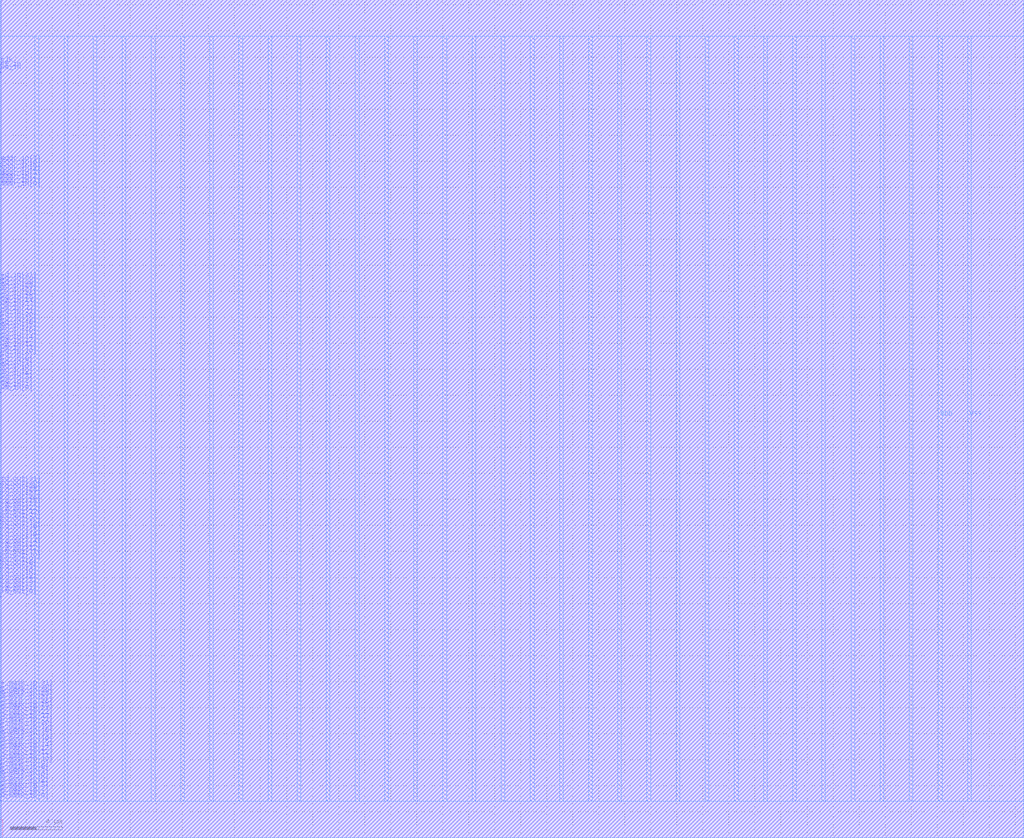
<source format=lef>
VERSION 5.7 ;
BUSBITCHARS "[]" ;
MACRO fakeram45_256x32
  FOREIGN fakeram45_256x32 0 0 ;
  SYMMETRY X Y R90 ;
  SIZE 0.19 BY 1.4 ;
  CLASS BLOCK ;
  PIN w_mask_in[0]
    DIRECTION INPUT ;
    USE SIGNAL ;
    SHAPE ABUTMENT ;
    PORT
      LAYER metal3 ;
      RECT 0.000 2.800 0.070 2.870 ;
    END
  END w_mask_in[0]
  PIN w_mask_in[1]
    DIRECTION INPUT ;
    USE SIGNAL ;
    SHAPE ABUTMENT ;
    PORT
      LAYER metal3 ;
      RECT 0.000 3.080 0.070 3.150 ;
    END
  END w_mask_in[1]
  PIN w_mask_in[2]
    DIRECTION INPUT ;
    USE SIGNAL ;
    SHAPE ABUTMENT ;
    PORT
      LAYER metal3 ;
      RECT 0.000 3.360 0.070 3.430 ;
    END
  END w_mask_in[2]
  PIN w_mask_in[3]
    DIRECTION INPUT ;
    USE SIGNAL ;
    SHAPE ABUTMENT ;
    PORT
      LAYER metal3 ;
      RECT 0.000 3.640 0.070 3.710 ;
    END
  END w_mask_in[3]
  PIN w_mask_in[4]
    DIRECTION INPUT ;
    USE SIGNAL ;
    SHAPE ABUTMENT ;
    PORT
      LAYER metal3 ;
      RECT 0.000 3.920 0.070 3.990 ;
    END
  END w_mask_in[4]
  PIN w_mask_in[5]
    DIRECTION INPUT ;
    USE SIGNAL ;
    SHAPE ABUTMENT ;
    PORT
      LAYER metal3 ;
      RECT 0.000 4.200 0.070 4.270 ;
    END
  END w_mask_in[5]
  PIN w_mask_in[6]
    DIRECTION INPUT ;
    USE SIGNAL ;
    SHAPE ABUTMENT ;
    PORT
      LAYER metal3 ;
      RECT 0.000 4.480 0.070 4.550 ;
    END
  END w_mask_in[6]
  PIN w_mask_in[7]
    DIRECTION INPUT ;
    USE SIGNAL ;
    SHAPE ABUTMENT ;
    PORT
      LAYER metal3 ;
      RECT 0.000 4.760 0.070 4.830 ;
    END
  END w_mask_in[7]
  PIN w_mask_in[8]
    DIRECTION INPUT ;
    USE SIGNAL ;
    SHAPE ABUTMENT ;
    PORT
      LAYER metal3 ;
      RECT 0.000 5.040 0.070 5.110 ;
    END
  END w_mask_in[8]
  PIN w_mask_in[9]
    DIRECTION INPUT ;
    USE SIGNAL ;
    SHAPE ABUTMENT ;
    PORT
      LAYER metal3 ;
      RECT 0.000 5.320 0.070 5.390 ;
    END
  END w_mask_in[9]
  PIN w_mask_in[10]
    DIRECTION INPUT ;
    USE SIGNAL ;
    SHAPE ABUTMENT ;
    PORT
      LAYER metal3 ;
      RECT 0.000 5.600 0.070 5.670 ;
    END
  END w_mask_in[10]
  PIN w_mask_in[11]
    DIRECTION INPUT ;
    USE SIGNAL ;
    SHAPE ABUTMENT ;
    PORT
      LAYER metal3 ;
      RECT 0.000 5.880 0.070 5.950 ;
    END
  END w_mask_in[11]
  PIN w_mask_in[12]
    DIRECTION INPUT ;
    USE SIGNAL ;
    SHAPE ABUTMENT ;
    PORT
      LAYER metal3 ;
      RECT 0.000 6.160 0.070 6.230 ;
    END
  END w_mask_in[12]
  PIN w_mask_in[13]
    DIRECTION INPUT ;
    USE SIGNAL ;
    SHAPE ABUTMENT ;
    PORT
      LAYER metal3 ;
      RECT 0.000 6.440 0.070 6.510 ;
    END
  END w_mask_in[13]
  PIN w_mask_in[14]
    DIRECTION INPUT ;
    USE SIGNAL ;
    SHAPE ABUTMENT ;
    PORT
      LAYER metal3 ;
      RECT 0.000 6.720 0.070 6.790 ;
    END
  END w_mask_in[14]
  PIN w_mask_in[15]
    DIRECTION INPUT ;
    USE SIGNAL ;
    SHAPE ABUTMENT ;
    PORT
      LAYER metal3 ;
      RECT 0.000 7.000 0.070 7.070 ;
    END
  END w_mask_in[15]
  PIN w_mask_in[16]
    DIRECTION INPUT ;
    USE SIGNAL ;
    SHAPE ABUTMENT ;
    PORT
      LAYER metal3 ;
      RECT 0.000 7.280 0.070 7.350 ;
    END
  END w_mask_in[16]
  PIN w_mask_in[17]
    DIRECTION INPUT ;
    USE SIGNAL ;
    SHAPE ABUTMENT ;
    PORT
      LAYER metal3 ;
      RECT 0.000 7.560 0.070 7.630 ;
    END
  END w_mask_in[17]
  PIN w_mask_in[18]
    DIRECTION INPUT ;
    USE SIGNAL ;
    SHAPE ABUTMENT ;
    PORT
      LAYER metal3 ;
      RECT 0.000 7.840 0.070 7.910 ;
    END
  END w_mask_in[18]
  PIN w_mask_in[19]
    DIRECTION INPUT ;
    USE SIGNAL ;
    SHAPE ABUTMENT ;
    PORT
      LAYER metal3 ;
      RECT 0.000 8.120 0.070 8.190 ;
    END
  END w_mask_in[19]
  PIN w_mask_in[20]
    DIRECTION INPUT ;
    USE SIGNAL ;
    SHAPE ABUTMENT ;
    PORT
      LAYER metal3 ;
      RECT 0.000 8.400 0.070 8.470 ;
    END
  END w_mask_in[20]
  PIN w_mask_in[21]
    DIRECTION INPUT ;
    USE SIGNAL ;
    SHAPE ABUTMENT ;
    PORT
      LAYER metal3 ;
      RECT 0.000 8.680 0.070 8.750 ;
    END
  END w_mask_in[21]
  PIN w_mask_in[22]
    DIRECTION INPUT ;
    USE SIGNAL ;
    SHAPE ABUTMENT ;
    PORT
      LAYER metal3 ;
      RECT 0.000 8.960 0.070 9.030 ;
    END
  END w_mask_in[22]
  PIN w_mask_in[23]
    DIRECTION INPUT ;
    USE SIGNAL ;
    SHAPE ABUTMENT ;
    PORT
      LAYER metal3 ;
      RECT 0.000 9.240 0.070 9.310 ;
    END
  END w_mask_in[23]
  PIN w_mask_in[24]
    DIRECTION INPUT ;
    USE SIGNAL ;
    SHAPE ABUTMENT ;
    PORT
      LAYER metal3 ;
      RECT 0.000 9.520 0.070 9.590 ;
    END
  END w_mask_in[24]
  PIN w_mask_in[25]
    DIRECTION INPUT ;
    USE SIGNAL ;
    SHAPE ABUTMENT ;
    PORT
      LAYER metal3 ;
      RECT 0.000 9.800 0.070 9.870 ;
    END
  END w_mask_in[25]
  PIN w_mask_in[26]
    DIRECTION INPUT ;
    USE SIGNAL ;
    SHAPE ABUTMENT ;
    PORT
      LAYER metal3 ;
      RECT 0.000 10.080 0.070 10.150 ;
    END
  END w_mask_in[26]
  PIN w_mask_in[27]
    DIRECTION INPUT ;
    USE SIGNAL ;
    SHAPE ABUTMENT ;
    PORT
      LAYER metal3 ;
      RECT 0.000 10.360 0.070 10.430 ;
    END
  END w_mask_in[27]
  PIN w_mask_in[28]
    DIRECTION INPUT ;
    USE SIGNAL ;
    SHAPE ABUTMENT ;
    PORT
      LAYER metal3 ;
      RECT 0.000 10.640 0.070 10.710 ;
    END
  END w_mask_in[28]
  PIN w_mask_in[29]
    DIRECTION INPUT ;
    USE SIGNAL ;
    SHAPE ABUTMENT ;
    PORT
      LAYER metal3 ;
      RECT 0.000 10.920 0.070 10.990 ;
    END
  END w_mask_in[29]
  PIN w_mask_in[30]
    DIRECTION INPUT ;
    USE SIGNAL ;
    SHAPE ABUTMENT ;
    PORT
      LAYER metal3 ;
      RECT 0.000 11.200 0.070 11.270 ;
    END
  END w_mask_in[30]
  PIN w_mask_in[31]
    DIRECTION INPUT ;
    USE SIGNAL ;
    SHAPE ABUTMENT ;
    PORT
      LAYER metal3 ;
      RECT 0.000 11.480 0.070 11.550 ;
    END
  END w_mask_in[31]
  PIN rd_out[0]
    DIRECTION OUTPUT ;
    USE SIGNAL ;
    SHAPE ABUTMENT ;
    PORT
      LAYER metal3 ;
      RECT 0.000 18.480 0.070 18.550 ;
    END
  END rd_out[0]
  PIN rd_out[1]
    DIRECTION OUTPUT ;
    USE SIGNAL ;
    SHAPE ABUTMENT ;
    PORT
      LAYER metal3 ;
      RECT 0.000 18.760 0.070 18.830 ;
    END
  END rd_out[1]
  PIN rd_out[2]
    DIRECTION OUTPUT ;
    USE SIGNAL ;
    SHAPE ABUTMENT ;
    PORT
      LAYER metal3 ;
      RECT 0.000 19.040 0.070 19.110 ;
    END
  END rd_out[2]
  PIN rd_out[3]
    DIRECTION OUTPUT ;
    USE SIGNAL ;
    SHAPE ABUTMENT ;
    PORT
      LAYER metal3 ;
      RECT 0.000 19.320 0.070 19.390 ;
    END
  END rd_out[3]
  PIN rd_out[4]
    DIRECTION OUTPUT ;
    USE SIGNAL ;
    SHAPE ABUTMENT ;
    PORT
      LAYER metal3 ;
      RECT 0.000 19.600 0.070 19.670 ;
    END
  END rd_out[4]
  PIN rd_out[5]
    DIRECTION OUTPUT ;
    USE SIGNAL ;
    SHAPE ABUTMENT ;
    PORT
      LAYER metal3 ;
      RECT 0.000 19.880 0.070 19.950 ;
    END
  END rd_out[5]
  PIN rd_out[6]
    DIRECTION OUTPUT ;
    USE SIGNAL ;
    SHAPE ABUTMENT ;
    PORT
      LAYER metal3 ;
      RECT 0.000 20.160 0.070 20.230 ;
    END
  END rd_out[6]
  PIN rd_out[7]
    DIRECTION OUTPUT ;
    USE SIGNAL ;
    SHAPE ABUTMENT ;
    PORT
      LAYER metal3 ;
      RECT 0.000 20.440 0.070 20.510 ;
    END
  END rd_out[7]
  PIN rd_out[8]
    DIRECTION OUTPUT ;
    USE SIGNAL ;
    SHAPE ABUTMENT ;
    PORT
      LAYER metal3 ;
      RECT 0.000 20.720 0.070 20.790 ;
    END
  END rd_out[8]
  PIN rd_out[9]
    DIRECTION OUTPUT ;
    USE SIGNAL ;
    SHAPE ABUTMENT ;
    PORT
      LAYER metal3 ;
      RECT 0.000 21.000 0.070 21.070 ;
    END
  END rd_out[9]
  PIN rd_out[10]
    DIRECTION OUTPUT ;
    USE SIGNAL ;
    SHAPE ABUTMENT ;
    PORT
      LAYER metal3 ;
      RECT 0.000 21.280 0.070 21.350 ;
    END
  END rd_out[10]
  PIN rd_out[11]
    DIRECTION OUTPUT ;
    USE SIGNAL ;
    SHAPE ABUTMENT ;
    PORT
      LAYER metal3 ;
      RECT 0.000 21.560 0.070 21.630 ;
    END
  END rd_out[11]
  PIN rd_out[12]
    DIRECTION OUTPUT ;
    USE SIGNAL ;
    SHAPE ABUTMENT ;
    PORT
      LAYER metal3 ;
      RECT 0.000 21.840 0.070 21.910 ;
    END
  END rd_out[12]
  PIN rd_out[13]
    DIRECTION OUTPUT ;
    USE SIGNAL ;
    SHAPE ABUTMENT ;
    PORT
      LAYER metal3 ;
      RECT 0.000 22.120 0.070 22.190 ;
    END
  END rd_out[13]
  PIN rd_out[14]
    DIRECTION OUTPUT ;
    USE SIGNAL ;
    SHAPE ABUTMENT ;
    PORT
      LAYER metal3 ;
      RECT 0.000 22.400 0.070 22.470 ;
    END
  END rd_out[14]
  PIN rd_out[15]
    DIRECTION OUTPUT ;
    USE SIGNAL ;
    SHAPE ABUTMENT ;
    PORT
      LAYER metal3 ;
      RECT 0.000 22.680 0.070 22.750 ;
    END
  END rd_out[15]
  PIN rd_out[16]
    DIRECTION OUTPUT ;
    USE SIGNAL ;
    SHAPE ABUTMENT ;
    PORT
      LAYER metal3 ;
      RECT 0.000 22.960 0.070 23.030 ;
    END
  END rd_out[16]
  PIN rd_out[17]
    DIRECTION OUTPUT ;
    USE SIGNAL ;
    SHAPE ABUTMENT ;
    PORT
      LAYER metal3 ;
      RECT 0.000 23.240 0.070 23.310 ;
    END
  END rd_out[17]
  PIN rd_out[18]
    DIRECTION OUTPUT ;
    USE SIGNAL ;
    SHAPE ABUTMENT ;
    PORT
      LAYER metal3 ;
      RECT 0.000 23.520 0.070 23.590 ;
    END
  END rd_out[18]
  PIN rd_out[19]
    DIRECTION OUTPUT ;
    USE SIGNAL ;
    SHAPE ABUTMENT ;
    PORT
      LAYER metal3 ;
      RECT 0.000 23.800 0.070 23.870 ;
    END
  END rd_out[19]
  PIN rd_out[20]
    DIRECTION OUTPUT ;
    USE SIGNAL ;
    SHAPE ABUTMENT ;
    PORT
      LAYER metal3 ;
      RECT 0.000 24.080 0.070 24.150 ;
    END
  END rd_out[20]
  PIN rd_out[21]
    DIRECTION OUTPUT ;
    USE SIGNAL ;
    SHAPE ABUTMENT ;
    PORT
      LAYER metal3 ;
      RECT 0.000 24.360 0.070 24.430 ;
    END
  END rd_out[21]
  PIN rd_out[22]
    DIRECTION OUTPUT ;
    USE SIGNAL ;
    SHAPE ABUTMENT ;
    PORT
      LAYER metal3 ;
      RECT 0.000 24.640 0.070 24.710 ;
    END
  END rd_out[22]
  PIN rd_out[23]
    DIRECTION OUTPUT ;
    USE SIGNAL ;
    SHAPE ABUTMENT ;
    PORT
      LAYER metal3 ;
      RECT 0.000 24.920 0.070 24.990 ;
    END
  END rd_out[23]
  PIN rd_out[24]
    DIRECTION OUTPUT ;
    USE SIGNAL ;
    SHAPE ABUTMENT ;
    PORT
      LAYER metal3 ;
      RECT 0.000 25.200 0.070 25.270 ;
    END
  END rd_out[24]
  PIN rd_out[25]
    DIRECTION OUTPUT ;
    USE SIGNAL ;
    SHAPE ABUTMENT ;
    PORT
      LAYER metal3 ;
      RECT 0.000 25.480 0.070 25.550 ;
    END
  END rd_out[25]
  PIN rd_out[26]
    DIRECTION OUTPUT ;
    USE SIGNAL ;
    SHAPE ABUTMENT ;
    PORT
      LAYER metal3 ;
      RECT 0.000 25.760 0.070 25.830 ;
    END
  END rd_out[26]
  PIN rd_out[27]
    DIRECTION OUTPUT ;
    USE SIGNAL ;
    SHAPE ABUTMENT ;
    PORT
      LAYER metal3 ;
      RECT 0.000 26.040 0.070 26.110 ;
    END
  END rd_out[27]
  PIN rd_out[28]
    DIRECTION OUTPUT ;
    USE SIGNAL ;
    SHAPE ABUTMENT ;
    PORT
      LAYER metal3 ;
      RECT 0.000 26.320 0.070 26.390 ;
    END
  END rd_out[28]
  PIN rd_out[29]
    DIRECTION OUTPUT ;
    USE SIGNAL ;
    SHAPE ABUTMENT ;
    PORT
      LAYER metal3 ;
      RECT 0.000 26.600 0.070 26.670 ;
    END
  END rd_out[29]
  PIN rd_out[30]
    DIRECTION OUTPUT ;
    USE SIGNAL ;
    SHAPE ABUTMENT ;
    PORT
      LAYER metal3 ;
      RECT 0.000 26.880 0.070 26.950 ;
    END
  END rd_out[30]
  PIN rd_out[31]
    DIRECTION OUTPUT ;
    USE SIGNAL ;
    SHAPE ABUTMENT ;
    PORT
      LAYER metal3 ;
      RECT 0.000 27.160 0.070 27.230 ;
    END
  END rd_out[31]
  PIN wd_in[0]
    DIRECTION INPUT ;
    USE SIGNAL ;
    SHAPE ABUTMENT ;
    PORT
      LAYER metal3 ;
      RECT 0.000 34.160 0.070 34.230 ;
    END
  END wd_in[0]
  PIN wd_in[1]
    DIRECTION INPUT ;
    USE SIGNAL ;
    SHAPE ABUTMENT ;
    PORT
      LAYER metal3 ;
      RECT 0.000 34.440 0.070 34.510 ;
    END
  END wd_in[1]
  PIN wd_in[2]
    DIRECTION INPUT ;
    USE SIGNAL ;
    SHAPE ABUTMENT ;
    PORT
      LAYER metal3 ;
      RECT 0.000 34.720 0.070 34.790 ;
    END
  END wd_in[2]
  PIN wd_in[3]
    DIRECTION INPUT ;
    USE SIGNAL ;
    SHAPE ABUTMENT ;
    PORT
      LAYER metal3 ;
      RECT 0.000 35.000 0.070 35.070 ;
    END
  END wd_in[3]
  PIN wd_in[4]
    DIRECTION INPUT ;
    USE SIGNAL ;
    SHAPE ABUTMENT ;
    PORT
      LAYER metal3 ;
      RECT 0.000 35.280 0.070 35.350 ;
    END
  END wd_in[4]
  PIN wd_in[5]
    DIRECTION INPUT ;
    USE SIGNAL ;
    SHAPE ABUTMENT ;
    PORT
      LAYER metal3 ;
      RECT 0.000 35.560 0.070 35.630 ;
    END
  END wd_in[5]
  PIN wd_in[6]
    DIRECTION INPUT ;
    USE SIGNAL ;
    SHAPE ABUTMENT ;
    PORT
      LAYER metal3 ;
      RECT 0.000 35.840 0.070 35.910 ;
    END
  END wd_in[6]
  PIN wd_in[7]
    DIRECTION INPUT ;
    USE SIGNAL ;
    SHAPE ABUTMENT ;
    PORT
      LAYER metal3 ;
      RECT 0.000 36.120 0.070 36.190 ;
    END
  END wd_in[7]
  PIN wd_in[8]
    DIRECTION INPUT ;
    USE SIGNAL ;
    SHAPE ABUTMENT ;
    PORT
      LAYER metal3 ;
      RECT 0.000 36.400 0.070 36.470 ;
    END
  END wd_in[8]
  PIN wd_in[9]
    DIRECTION INPUT ;
    USE SIGNAL ;
    SHAPE ABUTMENT ;
    PORT
      LAYER metal3 ;
      RECT 0.000 36.680 0.070 36.750 ;
    END
  END wd_in[9]
  PIN wd_in[10]
    DIRECTION INPUT ;
    USE SIGNAL ;
    SHAPE ABUTMENT ;
    PORT
      LAYER metal3 ;
      RECT 0.000 36.960 0.070 37.030 ;
    END
  END wd_in[10]
  PIN wd_in[11]
    DIRECTION INPUT ;
    USE SIGNAL ;
    SHAPE ABUTMENT ;
    PORT
      LAYER metal3 ;
      RECT 0.000 37.240 0.070 37.310 ;
    END
  END wd_in[11]
  PIN wd_in[12]
    DIRECTION INPUT ;
    USE SIGNAL ;
    SHAPE ABUTMENT ;
    PORT
      LAYER metal3 ;
      RECT 0.000 37.520 0.070 37.590 ;
    END
  END wd_in[12]
  PIN wd_in[13]
    DIRECTION INPUT ;
    USE SIGNAL ;
    SHAPE ABUTMENT ;
    PORT
      LAYER metal3 ;
      RECT 0.000 37.800 0.070 37.870 ;
    END
  END wd_in[13]
  PIN wd_in[14]
    DIRECTION INPUT ;
    USE SIGNAL ;
    SHAPE ABUTMENT ;
    PORT
      LAYER metal3 ;
      RECT 0.000 38.080 0.070 38.150 ;
    END
  END wd_in[14]
  PIN wd_in[15]
    DIRECTION INPUT ;
    USE SIGNAL ;
    SHAPE ABUTMENT ;
    PORT
      LAYER metal3 ;
      RECT 0.000 38.360 0.070 38.430 ;
    END
  END wd_in[15]
  PIN wd_in[16]
    DIRECTION INPUT ;
    USE SIGNAL ;
    SHAPE ABUTMENT ;
    PORT
      LAYER metal3 ;
      RECT 0.000 38.640 0.070 38.710 ;
    END
  END wd_in[16]
  PIN wd_in[17]
    DIRECTION INPUT ;
    USE SIGNAL ;
    SHAPE ABUTMENT ;
    PORT
      LAYER metal3 ;
      RECT 0.000 38.920 0.070 38.990 ;
    END
  END wd_in[17]
  PIN wd_in[18]
    DIRECTION INPUT ;
    USE SIGNAL ;
    SHAPE ABUTMENT ;
    PORT
      LAYER metal3 ;
      RECT 0.000 39.200 0.070 39.270 ;
    END
  END wd_in[18]
  PIN wd_in[19]
    DIRECTION INPUT ;
    USE SIGNAL ;
    SHAPE ABUTMENT ;
    PORT
      LAYER metal3 ;
      RECT 0.000 39.480 0.070 39.550 ;
    END
  END wd_in[19]
  PIN wd_in[20]
    DIRECTION INPUT ;
    USE SIGNAL ;
    SHAPE ABUTMENT ;
    PORT
      LAYER metal3 ;
      RECT 0.000 39.760 0.070 39.830 ;
    END
  END wd_in[20]
  PIN wd_in[21]
    DIRECTION INPUT ;
    USE SIGNAL ;
    SHAPE ABUTMENT ;
    PORT
      LAYER metal3 ;
      RECT 0.000 40.040 0.070 40.110 ;
    END
  END wd_in[21]
  PIN wd_in[22]
    DIRECTION INPUT ;
    USE SIGNAL ;
    SHAPE ABUTMENT ;
    PORT
      LAYER metal3 ;
      RECT 0.000 40.320 0.070 40.390 ;
    END
  END wd_in[22]
  PIN wd_in[23]
    DIRECTION INPUT ;
    USE SIGNAL ;
    SHAPE ABUTMENT ;
    PORT
      LAYER metal3 ;
      RECT 0.000 40.600 0.070 40.670 ;
    END
  END wd_in[23]
  PIN wd_in[24]
    DIRECTION INPUT ;
    USE SIGNAL ;
    SHAPE ABUTMENT ;
    PORT
      LAYER metal3 ;
      RECT 0.000 40.880 0.070 40.950 ;
    END
  END wd_in[24]
  PIN wd_in[25]
    DIRECTION INPUT ;
    USE SIGNAL ;
    SHAPE ABUTMENT ;
    PORT
      LAYER metal3 ;
      RECT 0.000 41.160 0.070 41.230 ;
    END
  END wd_in[25]
  PIN wd_in[26]
    DIRECTION INPUT ;
    USE SIGNAL ;
    SHAPE ABUTMENT ;
    PORT
      LAYER metal3 ;
      RECT 0.000 41.440 0.070 41.510 ;
    END
  END wd_in[26]
  PIN wd_in[27]
    DIRECTION INPUT ;
    USE SIGNAL ;
    SHAPE ABUTMENT ;
    PORT
      LAYER metal3 ;
      RECT 0.000 41.720 0.070 41.790 ;
    END
  END wd_in[27]
  PIN wd_in[28]
    DIRECTION INPUT ;
    USE SIGNAL ;
    SHAPE ABUTMENT ;
    PORT
      LAYER metal3 ;
      RECT 0.000 42.000 0.070 42.070 ;
    END
  END wd_in[28]
  PIN wd_in[29]
    DIRECTION INPUT ;
    USE SIGNAL ;
    SHAPE ABUTMENT ;
    PORT
      LAYER metal3 ;
      RECT 0.000 42.280 0.070 42.350 ;
    END
  END wd_in[29]
  PIN wd_in[30]
    DIRECTION INPUT ;
    USE SIGNAL ;
    SHAPE ABUTMENT ;
    PORT
      LAYER metal3 ;
      RECT 0.000 42.560 0.070 42.630 ;
    END
  END wd_in[30]
  PIN wd_in[31]
    DIRECTION INPUT ;
    USE SIGNAL ;
    SHAPE ABUTMENT ;
    PORT
      LAYER metal3 ;
      RECT 0.000 42.840 0.070 42.910 ;
    END
  END wd_in[31]
  PIN addr_in[0]
    DIRECTION INPUT ;
    USE SIGNAL ;
    SHAPE ABUTMENT ;
    PORT
      LAYER metal3 ;
      RECT 0.000 49.840 0.070 49.910 ;
    END
  END addr_in[0]
  PIN addr_in[1]
    DIRECTION INPUT ;
    USE SIGNAL ;
    SHAPE ABUTMENT ;
    PORT
      LAYER metal3 ;
      RECT 0.000 50.120 0.070 50.190 ;
    END
  END addr_in[1]
  PIN addr_in[2]
    DIRECTION INPUT ;
    USE SIGNAL ;
    SHAPE ABUTMENT ;
    PORT
      LAYER metal3 ;
      RECT 0.000 50.400 0.070 50.470 ;
    END
  END addr_in[2]
  PIN addr_in[3]
    DIRECTION INPUT ;
    USE SIGNAL ;
    SHAPE ABUTMENT ;
    PORT
      LAYER metal3 ;
      RECT 0.000 50.680 0.070 50.750 ;
    END
  END addr_in[3]
  PIN addr_in[4]
    DIRECTION INPUT ;
    USE SIGNAL ;
    SHAPE ABUTMENT ;
    PORT
      LAYER metal3 ;
      RECT 0.000 50.960 0.070 51.030 ;
    END
  END addr_in[4]
  PIN addr_in[5]
    DIRECTION INPUT ;
    USE SIGNAL ;
    SHAPE ABUTMENT ;
    PORT
      LAYER metal3 ;
      RECT 0.000 51.240 0.070 51.310 ;
    END
  END addr_in[5]
  PIN addr_in[6]
    DIRECTION INPUT ;
    USE SIGNAL ;
    SHAPE ABUTMENT ;
    PORT
      LAYER metal3 ;
      RECT 0.000 51.520 0.070 51.590 ;
    END
  END addr_in[6]
  PIN addr_in[7]
    DIRECTION INPUT ;
    USE SIGNAL ;
    SHAPE ABUTMENT ;
    PORT
      LAYER metal3 ;
      RECT 0.000 51.800 0.070 51.870 ;
    END
  END addr_in[7]
  PIN we_in
    DIRECTION INPUT ;
    USE SIGNAL ;
    SHAPE ABUTMENT ;
    PORT
      LAYER metal3 ;
      RECT 0.000 58.800 0.070 58.870 ;
    END
  END we_in
  PIN ce_in
    DIRECTION INPUT ;
    USE SIGNAL ;
    SHAPE ABUTMENT ;
    PORT
      LAYER metal3 ;
      RECT 0.000 59.080 0.070 59.150 ;
    END
  END ce_in
  PIN clk
    DIRECTION INPUT ;
    USE SIGNAL ;
    SHAPE ABUTMENT ;
    PORT
      LAYER metal3 ;
      RECT 0.000 59.360 0.070 59.430 ;
    END
  END clk
  PIN VSS
    DIRECTION INOUT ;
    USE GROUND ;
    PORT
      LAYER metal4 ;
      RECT 2.660 2.800 2.940 61.600 ;
      RECT 7.140 2.800 7.420 61.600 ;
      RECT 11.620 2.800 11.900 61.600 ;
      RECT 16.100 2.800 16.380 61.600 ;
      RECT 20.580 2.800 20.860 61.600 ;
      RECT 25.060 2.800 25.340 61.600 ;
      RECT 29.540 2.800 29.820 61.600 ;
      RECT 34.020 2.800 34.300 61.600 ;
      RECT 38.500 2.800 38.780 61.600 ;
      RECT 42.980 2.800 43.260 61.600 ;
      RECT 47.460 2.800 47.740 61.600 ;
      RECT 51.940 2.800 52.220 61.600 ;
      RECT 56.420 2.800 56.700 61.600 ;
      RECT 60.900 2.800 61.180 61.600 ;
      RECT 65.380 2.800 65.660 61.600 ;
      RECT 69.860 2.800 70.140 61.600 ;
      RECT 74.340 2.800 74.620 61.600 ;
    END
  END VSS
  PIN VDD
    DIRECTION INOUT ;
    USE POWER ;
    PORT
      LAYER metal4 ;
      RECT 4.900 2.800 5.180 61.600 ;
      RECT 9.380 2.800 9.660 61.600 ;
      RECT 13.860 2.800 14.140 61.600 ;
      RECT 18.340 2.800 18.620 61.600 ;
      RECT 22.820 2.800 23.100 61.600 ;
      RECT 27.300 2.800 27.580 61.600 ;
      RECT 31.780 2.800 32.060 61.600 ;
      RECT 36.260 2.800 36.540 61.600 ;
      RECT 40.740 2.800 41.020 61.600 ;
      RECT 45.220 2.800 45.500 61.600 ;
      RECT 49.700 2.800 49.980 61.600 ;
      RECT 54.180 2.800 54.460 61.600 ;
      RECT 58.660 2.800 58.940 61.600 ;
      RECT 63.140 2.800 63.420 61.600 ;
      RECT 67.620 2.800 67.900 61.600 ;
      RECT 72.100 2.800 72.380 61.600 ;
    END
  END VDD
  OBS
    LAYER metal1 ;
    RECT 0 0 78.660 64.400 ;
    LAYER metal2 ;
    RECT 0 0 78.660 64.400 ;
    LAYER metal3 ;
    RECT 0.070 0 78.660 64.400 ;
    RECT 0 0.000 0.070 2.800 ;
    RECT 0 2.870 0.070 3.080 ;
    RECT 0 3.150 0.070 3.360 ;
    RECT 0 3.430 0.070 3.640 ;
    RECT 0 3.710 0.070 3.920 ;
    RECT 0 3.990 0.070 4.200 ;
    RECT 0 4.270 0.070 4.480 ;
    RECT 0 4.550 0.070 4.760 ;
    RECT 0 4.830 0.070 5.040 ;
    RECT 0 5.110 0.070 5.320 ;
    RECT 0 5.390 0.070 5.600 ;
    RECT 0 5.670 0.070 5.880 ;
    RECT 0 5.950 0.070 6.160 ;
    RECT 0 6.230 0.070 6.440 ;
    RECT 0 6.510 0.070 6.720 ;
    RECT 0 6.790 0.070 7.000 ;
    RECT 0 7.070 0.070 7.280 ;
    RECT 0 7.350 0.070 7.560 ;
    RECT 0 7.630 0.070 7.840 ;
    RECT 0 7.910 0.070 8.120 ;
    RECT 0 8.190 0.070 8.400 ;
    RECT 0 8.470 0.070 8.680 ;
    RECT 0 8.750 0.070 8.960 ;
    RECT 0 9.030 0.070 9.240 ;
    RECT 0 9.310 0.070 9.520 ;
    RECT 0 9.590 0.070 9.800 ;
    RECT 0 9.870 0.070 10.080 ;
    RECT 0 10.150 0.070 10.360 ;
    RECT 0 10.430 0.070 10.640 ;
    RECT 0 10.710 0.070 10.920 ;
    RECT 0 10.990 0.070 11.200 ;
    RECT 0 11.270 0.070 11.480 ;
    RECT 0 11.550 0.070 18.480 ;
    RECT 0 18.550 0.070 18.760 ;
    RECT 0 18.830 0.070 19.040 ;
    RECT 0 19.110 0.070 19.320 ;
    RECT 0 19.390 0.070 19.600 ;
    RECT 0 19.670 0.070 19.880 ;
    RECT 0 19.950 0.070 20.160 ;
    RECT 0 20.230 0.070 20.440 ;
    RECT 0 20.510 0.070 20.720 ;
    RECT 0 20.790 0.070 21.000 ;
    RECT 0 21.070 0.070 21.280 ;
    RECT 0 21.350 0.070 21.560 ;
    RECT 0 21.630 0.070 21.840 ;
    RECT 0 21.910 0.070 22.120 ;
    RECT 0 22.190 0.070 22.400 ;
    RECT 0 22.470 0.070 22.680 ;
    RECT 0 22.750 0.070 22.960 ;
    RECT 0 23.030 0.070 23.240 ;
    RECT 0 23.310 0.070 23.520 ;
    RECT 0 23.590 0.070 23.800 ;
    RECT 0 23.870 0.070 24.080 ;
    RECT 0 24.150 0.070 24.360 ;
    RECT 0 24.430 0.070 24.640 ;
    RECT 0 24.710 0.070 24.920 ;
    RECT 0 24.990 0.070 25.200 ;
    RECT 0 25.270 0.070 25.480 ;
    RECT 0 25.550 0.070 25.760 ;
    RECT 0 25.830 0.070 26.040 ;
    RECT 0 26.110 0.070 26.320 ;
    RECT 0 26.390 0.070 26.600 ;
    RECT 0 26.670 0.070 26.880 ;
    RECT 0 26.950 0.070 27.160 ;
    RECT 0 27.230 0.070 34.160 ;
    RECT 0 34.230 0.070 34.440 ;
    RECT 0 34.510 0.070 34.720 ;
    RECT 0 34.790 0.070 35.000 ;
    RECT 0 35.070 0.070 35.280 ;
    RECT 0 35.350 0.070 35.560 ;
    RECT 0 35.630 0.070 35.840 ;
    RECT 0 35.910 0.070 36.120 ;
    RECT 0 36.190 0.070 36.400 ;
    RECT 0 36.470 0.070 36.680 ;
    RECT 0 36.750 0.070 36.960 ;
    RECT 0 37.030 0.070 37.240 ;
    RECT 0 37.310 0.070 37.520 ;
    RECT 0 37.590 0.070 37.800 ;
    RECT 0 37.870 0.070 38.080 ;
    RECT 0 38.150 0.070 38.360 ;
    RECT 0 38.430 0.070 38.640 ;
    RECT 0 38.710 0.070 38.920 ;
    RECT 0 38.990 0.070 39.200 ;
    RECT 0 39.270 0.070 39.480 ;
    RECT 0 39.550 0.070 39.760 ;
    RECT 0 39.830 0.070 40.040 ;
    RECT 0 40.110 0.070 40.320 ;
    RECT 0 40.390 0.070 40.600 ;
    RECT 0 40.670 0.070 40.880 ;
    RECT 0 40.950 0.070 41.160 ;
    RECT 0 41.230 0.070 41.440 ;
    RECT 0 41.510 0.070 41.720 ;
    RECT 0 41.790 0.070 42.000 ;
    RECT 0 42.070 0.070 42.280 ;
    RECT 0 42.350 0.070 42.560 ;
    RECT 0 42.630 0.070 42.840 ;
    RECT 0 42.910 0.070 49.840 ;
    RECT 0 49.910 0.070 50.120 ;
    RECT 0 50.190 0.070 50.400 ;
    RECT 0 50.470 0.070 50.680 ;
    RECT 0 50.750 0.070 50.960 ;
    RECT 0 51.030 0.070 51.240 ;
    RECT 0 51.310 0.070 51.520 ;
    RECT 0 51.590 0.070 51.800 ;
    RECT 0 51.870 0.070 58.800 ;
    RECT 0 58.870 0.070 59.080 ;
    RECT 0 59.150 0.070 59.360 ;
    RECT 0 59.430 0.070 64.400 ;
    LAYER metal4 ;
    RECT 0 0 78.660 2.800 ;
    RECT 0 61.600 78.660 64.400 ;
    RECT 0.000 2.800 2.660 61.600 ;
    RECT 2.940 2.800 4.900 61.600 ;
    RECT 5.180 2.800 7.140 61.600 ;
    RECT 7.420 2.800 9.380 61.600 ;
    RECT 9.660 2.800 11.620 61.600 ;
    RECT 11.900 2.800 13.860 61.600 ;
    RECT 14.140 2.800 16.100 61.600 ;
    RECT 16.380 2.800 18.340 61.600 ;
    RECT 18.620 2.800 20.580 61.600 ;
    RECT 20.860 2.800 22.820 61.600 ;
    RECT 23.100 2.800 25.060 61.600 ;
    RECT 25.340 2.800 27.300 61.600 ;
    RECT 27.580 2.800 29.540 61.600 ;
    RECT 29.820 2.800 31.780 61.600 ;
    RECT 32.060 2.800 34.020 61.600 ;
    RECT 34.300 2.800 36.260 61.600 ;
    RECT 36.540 2.800 38.500 61.600 ;
    RECT 38.780 2.800 40.740 61.600 ;
    RECT 41.020 2.800 42.980 61.600 ;
    RECT 43.260 2.800 45.220 61.600 ;
    RECT 45.500 2.800 47.460 61.600 ;
    RECT 47.740 2.800 49.700 61.600 ;
    RECT 49.980 2.800 51.940 61.600 ;
    RECT 52.220 2.800 54.180 61.600 ;
    RECT 54.460 2.800 56.420 61.600 ;
    RECT 56.700 2.800 58.660 61.600 ;
    RECT 58.940 2.800 60.900 61.600 ;
    RECT 61.180 2.800 63.140 61.600 ;
    RECT 63.420 2.800 65.380 61.600 ;
    RECT 65.660 2.800 67.620 61.600 ;
    RECT 67.900 2.800 69.860 61.600 ;
    RECT 70.140 2.800 72.100 61.600 ;
    RECT 72.380 2.800 74.340 61.600 ;
    RECT 74.620 2.800 78.660 61.600 ;
  END
END fakeram45_256x32

END LIBRARY

</source>
